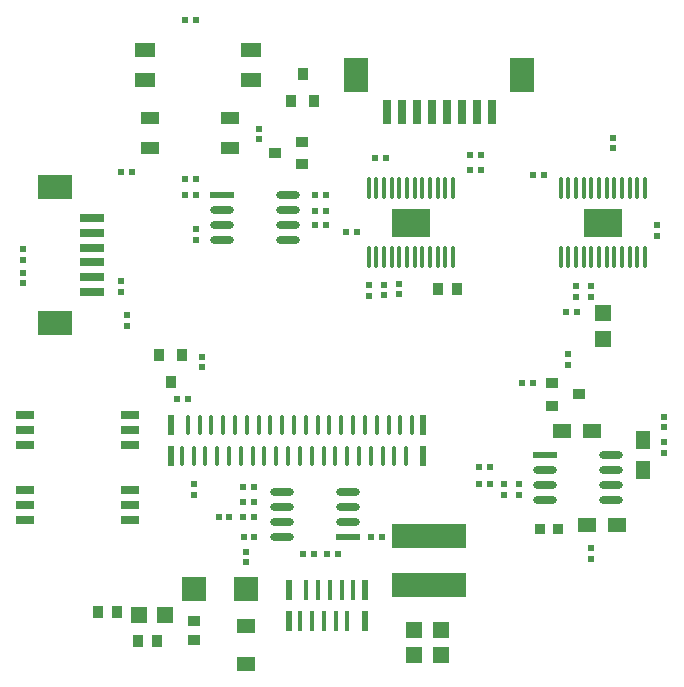
<source format=gtp>
%FSLAX44Y44*%
%MOMM*%
G71*
G01*
G75*
G04 Layer_Color=8421504*
%ADD10C,0.6000*%
%ADD11C,0.8000*%
%ADD12C,0.2540*%
%ADD13R,0.5000X0.6000*%
%ADD14R,0.6000X0.5000*%
%ADD15R,1.0160X0.8890*%
%ADD16R,0.8890X1.0160*%
%ADD17R,1.3970X1.3970*%
G04:AMPARAMS|DCode=18|XSize=0.32mm|YSize=1.7mm|CornerRadius=0.08mm|HoleSize=0mm|Usage=FLASHONLY|Rotation=0.000|XOffset=0mm|YOffset=0mm|HoleType=Round|Shape=RoundedRectangle|*
%AMROUNDEDRECTD18*
21,1,0.3200,1.5400,0,0,0.0*
21,1,0.1600,1.7000,0,0,0.0*
1,1,0.1600,0.0800,-0.7700*
1,1,0.1600,-0.0800,-0.7700*
1,1,0.1600,-0.0800,0.7700*
1,1,0.1600,0.0800,0.7700*
%
%ADD18ROUNDEDRECTD18*%
%ADD19R,0.5000X1.7000*%
%ADD20R,2.1000X0.8000*%
%ADD21R,3.0000X2.1000*%
%ADD22R,1.6000X1.0000*%
%ADD23R,3.2800X2.4000*%
%ADD24O,0.3500X2.0000*%
%ADD25R,1.5200X0.7600*%
%ADD26R,0.8000X2.1000*%
%ADD27R,2.1000X3.0000*%
%ADD28R,2.0320X0.6096*%
%ADD29O,2.0320X0.6096*%
G04:AMPARAMS|DCode=30|XSize=2mm|YSize=2mm|CornerRadius=0mm|HoleSize=0mm|Usage=FLASHONLY|Rotation=0.000|XOffset=0mm|YOffset=0mm|HoleType=Round|Shape=RoundedRectangle|*
%AMROUNDEDRECTD30*
21,1,2.0000,2.0000,0,0,0.0*
21,1,2.0000,2.0000,0,0,0.0*
1,1,0.0000,1.0000,-1.0000*
1,1,0.0000,-1.0000,-1.0000*
1,1,0.0000,-1.0000,1.0000*
1,1,0.0000,1.0000,1.0000*
%
%ADD30ROUNDEDRECTD30*%
%ADD31R,1.8000X1.2000*%
%ADD32R,1.0668X0.8128*%
%ADD33R,0.4000X1.7000*%
G04:AMPARAMS|DCode=34|XSize=0.4mm|YSize=1.7mm|CornerRadius=0.1mm|HoleSize=0mm|Usage=FLASHONLY|Rotation=0.000|XOffset=0mm|YOffset=0mm|HoleType=Round|Shape=RoundedRectangle|*
%AMROUNDEDRECTD34*
21,1,0.4000,1.5000,0,0,0.0*
21,1,0.2000,1.7000,0,0,0.0*
1,1,0.2000,0.1000,-0.7500*
1,1,0.2000,-0.1000,-0.7500*
1,1,0.2000,-0.1000,0.7500*
1,1,0.2000,0.1000,0.7500*
%
%ADD34ROUNDEDRECTD34*%
%ADD35R,0.8128X1.0668*%
%ADD36R,1.3970X1.3970*%
%ADD37R,1.6000X1.2000*%
%ADD38R,1.2954X1.6002*%
%ADD39R,1.6002X1.2954*%
%ADD40R,0.8128X0.8128*%
%ADD41R,6.3000X2.1500*%
%ADD42C,1.0000*%
%ADD43C,0.4000*%
%ADD44C,0.3000*%
%ADD45C,0.5000*%
%ADD46C,5.0000*%
G04:AMPARAMS|DCode=47|XSize=4mm|YSize=4mm|CornerRadius=2mm|HoleSize=0mm|Usage=FLASHONLY|Rotation=0.000|XOffset=0mm|YOffset=0mm|HoleType=Round|Shape=RoundedRectangle|*
%AMROUNDEDRECTD47*
21,1,4.0000,0.0000,0,0,0.0*
21,1,0.0000,4.0000,0,0,0.0*
1,1,4.0000,0.0000,0.0000*
1,1,4.0000,0.0000,0.0000*
1,1,4.0000,0.0000,0.0000*
1,1,4.0000,0.0000,0.0000*
%
%ADD47ROUNDEDRECTD47*%
%ADD48C,1.0000*%
%ADD49C,0.5000*%
%ADD50R,0.3050X0.6000*%
%ADD51R,0.5500X0.3050*%
%ADD52R,0.5500X0.3048*%
G04:AMPARAMS|DCode=53|XSize=3mm|YSize=2.1mm|CornerRadius=0mm|HoleSize=0mm|Usage=FLASHONLY|Rotation=330.000|XOffset=0mm|YOffset=0mm|HoleType=Round|Shape=Rectangle|*
%AMROTATEDRECTD53*
4,1,4,-1.8240,-0.1593,-0.7740,1.6593,1.8240,0.1593,0.7740,-1.6593,-1.8240,-0.1593,0.0*
%
%ADD53ROTATEDRECTD53*%

G04:AMPARAMS|DCode=54|XSize=2.1mm|YSize=0.8mm|CornerRadius=0mm|HoleSize=0mm|Usage=FLASHONLY|Rotation=330.000|XOffset=0mm|YOffset=0mm|HoleType=Round|Shape=Rectangle|*
%AMROTATEDRECTD54*
4,1,4,-1.1093,0.1786,-0.7093,0.8714,1.1093,-0.1786,0.7093,-0.8714,-1.1093,0.1786,0.0*
%
%ADD54ROTATEDRECTD54*%

G04:AMPARAMS|DCode=55|XSize=2.1mm|YSize=0.8mm|CornerRadius=0mm|HoleSize=0mm|Usage=FLASHONLY|Rotation=65.000|XOffset=0mm|YOffset=0mm|HoleType=Round|Shape=Rectangle|*
%AMROTATEDRECTD55*
4,1,4,-0.0812,-1.1207,-0.8063,-0.7826,0.0812,1.1207,0.8063,0.7826,-0.0812,-1.1207,0.0*
%
%ADD55ROTATEDRECTD55*%

G04:AMPARAMS|DCode=56|XSize=3mm|YSize=2.1mm|CornerRadius=0mm|HoleSize=0mm|Usage=FLASHONLY|Rotation=65.000|XOffset=0mm|YOffset=0mm|HoleType=Round|Shape=Rectangle|*
%AMROTATEDRECTD56*
4,1,4,0.3177,-1.8032,-1.5856,-0.9157,-0.3177,1.8032,1.5856,0.9157,0.3177,-1.8032,0.0*
%
%ADD56ROTATEDRECTD56*%

%ADD57R,1.3500X0.3000*%
%ADD58R,1.3500X0.2500*%
%ADD59R,0.6000X0.7000*%
G04:AMPARAMS|DCode=60|XSize=2.1mm|YSize=0.8mm|CornerRadius=0mm|HoleSize=0mm|Usage=FLASHONLY|Rotation=295.000|XOffset=0mm|YOffset=0mm|HoleType=Round|Shape=Rectangle|*
%AMROTATEDRECTD60*
4,1,4,-0.8063,0.7826,-0.0812,1.1207,0.8063,-0.7826,0.0812,-1.1207,-0.8063,0.7826,0.0*
%
%ADD60ROTATEDRECTD60*%

G04:AMPARAMS|DCode=61|XSize=3mm|YSize=2.1mm|CornerRadius=0mm|HoleSize=0mm|Usage=FLASHONLY|Rotation=295.000|XOffset=0mm|YOffset=0mm|HoleType=Round|Shape=Rectangle|*
%AMROTATEDRECTD61*
4,1,4,-1.5856,0.9157,0.3177,1.8032,1.5856,-0.9157,-0.3177,-1.8032,-1.5856,0.9157,0.0*
%
%ADD61ROTATEDRECTD61*%

%ADD62R,0.8128X0.8128*%
%ADD63C,0.1250*%
%ADD64C,0.1270*%
%ADD65C,0.1999*%
%ADD66C,0.1000*%
%ADD67C,0.1200*%
%ADD68C,0.1524*%
%ADD69C,0.2000*%
%ADD70C,0.2032*%
D13*
X-126866Y-45244D02*
D03*
X-117866D02*
D03*
X-120070Y140970D02*
D03*
X-111070D02*
D03*
Y127340D02*
D03*
X-120070D02*
D03*
X-70540Y-132027D02*
D03*
X-61540D02*
D03*
X-70885Y-119380D02*
D03*
X-61885D02*
D03*
X-10740Y-176530D02*
D03*
X-19740D02*
D03*
X-91440Y-144780D02*
D03*
X-82440D02*
D03*
X174680Y-31750D02*
D03*
X165680D02*
D03*
X-174100Y147320D02*
D03*
X-165100D02*
D03*
X-120070Y275590D02*
D03*
X-111070D02*
D03*
X121230Y148590D02*
D03*
X130230D02*
D03*
X121230Y161290D02*
D03*
X130230D02*
D03*
X41220Y158750D02*
D03*
X50220D02*
D03*
X202510Y28866D02*
D03*
X211510D02*
D03*
X25330Y96520D02*
D03*
X16330D02*
D03*
X174760Y144780D02*
D03*
X183760D02*
D03*
X37370Y-161630D02*
D03*
X46370D02*
D03*
X-61540Y-144780D02*
D03*
X-70540D02*
D03*
X-61461Y-161630D02*
D03*
X-70461D02*
D03*
X-580Y114300D02*
D03*
X-9580D02*
D03*
X-580Y101940D02*
D03*
X-9580D02*
D03*
X580Y-176530D02*
D03*
X9580D02*
D03*
X-580Y127340D02*
D03*
X-9580D02*
D03*
X128850Y-117420D02*
D03*
X137850D02*
D03*
Y-102870D02*
D03*
X128850D02*
D03*
D14*
X-112613Y-126420D02*
D03*
Y-117420D02*
D03*
X-68530Y-174570D02*
D03*
Y-183570D02*
D03*
X-173990Y45642D02*
D03*
Y54642D02*
D03*
X-105826Y-9470D02*
D03*
Y-18470D02*
D03*
X-257160Y52650D02*
D03*
Y61650D02*
D03*
Y81500D02*
D03*
Y72500D02*
D03*
X-57730Y174570D02*
D03*
Y183570D02*
D03*
X279400Y93000D02*
D03*
Y102000D02*
D03*
X242570Y175950D02*
D03*
Y166950D02*
D03*
X204470Y-7375D02*
D03*
Y-16375D02*
D03*
X-111070Y89480D02*
D03*
Y98480D02*
D03*
X210930Y50220D02*
D03*
Y41220D02*
D03*
X-169075Y25900D02*
D03*
Y16900D02*
D03*
X35560Y51414D02*
D03*
Y42414D02*
D03*
X48260Y51490D02*
D03*
Y42490D02*
D03*
X61370Y52415D02*
D03*
Y43415D02*
D03*
X285750Y-81860D02*
D03*
Y-90860D02*
D03*
X162560Y-117420D02*
D03*
Y-126420D02*
D03*
X149860D02*
D03*
Y-117420D02*
D03*
X285750Y-60270D02*
D03*
Y-69270D02*
D03*
X223520Y-171340D02*
D03*
Y-180340D02*
D03*
Y50220D02*
D03*
Y41220D02*
D03*
D15*
X-112744Y-249301D02*
D03*
Y-233299D02*
D03*
D16*
X-144143Y-250000D02*
D03*
X-160145D02*
D03*
X-193421Y-225843D02*
D03*
X-177419D02*
D03*
X93921Y47915D02*
D03*
X109923D02*
D03*
D17*
X-158580Y-228046D02*
D03*
X-136990D02*
D03*
D18*
X-122730Y-93310D02*
D03*
X-112730D02*
D03*
X-102730D02*
D03*
X-92730D02*
D03*
X-82730D02*
D03*
X-72730D02*
D03*
X-62730D02*
D03*
X-52730D02*
D03*
X-117730Y-67310D02*
D03*
X-107730D02*
D03*
X-97730D02*
D03*
X-87730D02*
D03*
X-77730D02*
D03*
X-67730D02*
D03*
X-57730D02*
D03*
X-47730D02*
D03*
X12270D02*
D03*
X2270D02*
D03*
X-7730D02*
D03*
X-17730D02*
D03*
X-27730D02*
D03*
X-37730D02*
D03*
X7270Y-93310D02*
D03*
X-2730D02*
D03*
X-12730D02*
D03*
X-22730D02*
D03*
X-32730D02*
D03*
X-42730D02*
D03*
X47270D02*
D03*
X57270D02*
D03*
X67270D02*
D03*
X52270Y-67310D02*
D03*
X62270D02*
D03*
X72270D02*
D03*
X42270D02*
D03*
X32270D02*
D03*
X22270D02*
D03*
X37270Y-93310D02*
D03*
X27270D02*
D03*
X17270D02*
D03*
D19*
X-132230Y-67310D02*
D03*
Y-93310D02*
D03*
X81770D02*
D03*
Y-67310D02*
D03*
X32000Y-232710D02*
D03*
Y-206710D02*
D03*
X-32000D02*
D03*
Y-232710D02*
D03*
D20*
X-198970Y70500D02*
D03*
X-198970Y83000D02*
D03*
X-198970Y108200D02*
D03*
X-198970Y95700D02*
D03*
X-198970Y57800D02*
D03*
X-198970Y45300D02*
D03*
D21*
X-229970Y134450D02*
D03*
X-229970Y19050D02*
D03*
D22*
X-81860Y167640D02*
D03*
Y193040D02*
D03*
X-149860Y193040D02*
D03*
Y167640D02*
D03*
D23*
X71120Y104140D02*
D03*
X233680D02*
D03*
D24*
X35370Y75140D02*
D03*
X41870D02*
D03*
X35370Y133140D02*
D03*
X41870D02*
D03*
X100370Y75140D02*
D03*
X106870D02*
D03*
X100370Y133140D02*
D03*
X106870D02*
D03*
X93870D02*
D03*
X87370D02*
D03*
X80870D02*
D03*
X74370D02*
D03*
X67870D02*
D03*
X61370D02*
D03*
X54870D02*
D03*
X48370D02*
D03*
X93870Y75140D02*
D03*
X87370D02*
D03*
X80870D02*
D03*
X74370D02*
D03*
X67870D02*
D03*
X61370D02*
D03*
X54870D02*
D03*
X48370D02*
D03*
X210930D02*
D03*
X217430D02*
D03*
X223930D02*
D03*
X230430D02*
D03*
X236930D02*
D03*
X243430D02*
D03*
X249930D02*
D03*
X256430D02*
D03*
X210930Y133140D02*
D03*
X217430D02*
D03*
X223930D02*
D03*
X230430D02*
D03*
X236930D02*
D03*
X243430D02*
D03*
X249930D02*
D03*
X256430D02*
D03*
X269430D02*
D03*
X262930D02*
D03*
X269430Y75140D02*
D03*
X262930D02*
D03*
X204430Y133140D02*
D03*
X197930D02*
D03*
X204430Y75140D02*
D03*
X197930D02*
D03*
D25*
X-255270Y-147390D02*
D03*
Y-134690D02*
D03*
Y-121990D02*
D03*
Y-83890D02*
D03*
Y-71190D02*
D03*
Y-58490D02*
D03*
X-166370Y-58350D02*
D03*
Y-71050D02*
D03*
Y-83750D02*
D03*
Y-121850D02*
D03*
Y-134550D02*
D03*
Y-147233D02*
D03*
D26*
X50900Y197860D02*
D03*
X63600D02*
D03*
X139600D02*
D03*
X126900D02*
D03*
X89000D02*
D03*
X101500D02*
D03*
X114200D02*
D03*
X76300D02*
D03*
D27*
X24850Y228860D02*
D03*
X165650D02*
D03*
D28*
X17640Y-161630D02*
D03*
X-88371Y127340D02*
D03*
X184860Y-92369D02*
D03*
D29*
X17640Y-148931D02*
D03*
Y-136230D02*
D03*
Y-123531D02*
D03*
X-38240D02*
D03*
Y-136230D02*
D03*
Y-148931D02*
D03*
Y-161630D02*
D03*
X-88371Y114641D02*
D03*
Y101940D02*
D03*
Y89241D02*
D03*
X-32490D02*
D03*
Y101940D02*
D03*
Y114641D02*
D03*
Y127340D02*
D03*
X240740Y-92369D02*
D03*
Y-105070D02*
D03*
Y-117769D02*
D03*
Y-130470D02*
D03*
X184860D02*
D03*
Y-117769D02*
D03*
Y-105070D02*
D03*
D30*
X-68594Y-205740D02*
D03*
X-112594D02*
D03*
D31*
X-64160Y224833D02*
D03*
X-64160Y250233D02*
D03*
X-154160Y250233D02*
D03*
Y224833D02*
D03*
D32*
X-44223Y163239D02*
D03*
X-21287Y172777D02*
D03*
Y153701D02*
D03*
X190500Y-31750D02*
D03*
Y-50825D02*
D03*
X213436Y-41288D02*
D03*
D33*
X-22500Y-232710D02*
D03*
D34*
X-12500D02*
D03*
X-2500D02*
D03*
X7500D02*
D03*
X17500D02*
D03*
X-17500Y-206710D02*
D03*
X-7500D02*
D03*
X2500D02*
D03*
X12500D02*
D03*
X22500D02*
D03*
D35*
X-20371Y229832D02*
D03*
X-10833Y206896D02*
D03*
X-29908D02*
D03*
X-122641Y-7506D02*
D03*
X-141717D02*
D03*
X-132179Y-30442D02*
D03*
D36*
X233810Y5715D02*
D03*
Y27305D02*
D03*
X73980Y-262065D02*
D03*
Y-240475D02*
D03*
X96922Y-262065D02*
D03*
Y-240475D02*
D03*
D37*
X-68530Y-237148D02*
D03*
Y-269147D02*
D03*
D38*
X267970Y-105410D02*
D03*
Y-80010D02*
D03*
D39*
X220452Y-151920D02*
D03*
X245852D02*
D03*
X224790Y-72390D02*
D03*
X199390D02*
D03*
D40*
X196041Y-154940D02*
D03*
X180801D02*
D03*
D41*
X86360Y-160860D02*
D03*
Y-202360D02*
D03*
M02*

</source>
